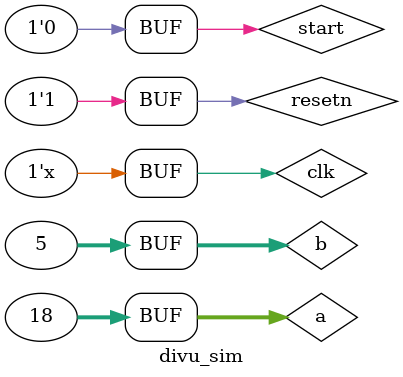
<source format=v>
`timescale 1ns / 1ps


module divu_sim();
    reg [31:0] a=32'd16;
    reg [31:0] b=32'd4;
    reg clk=0;
    reg start=0;
    reg resetn=0;
    wire [31:0] q;
    wire [31:0] r;
    wire  busy;

    divu
    #(32) u(a,b,clk,start,resetn,q,r,busy);
    initial  begin
    #30 begin resetn= 1; start =1; end
    #80 start = 0;
    #3000 begin start =1 ; a= 32'd18;b = 32'd5;end
    #50 start = 0;  
   end
   always #20 clk =~clk;
endmodule

</source>
